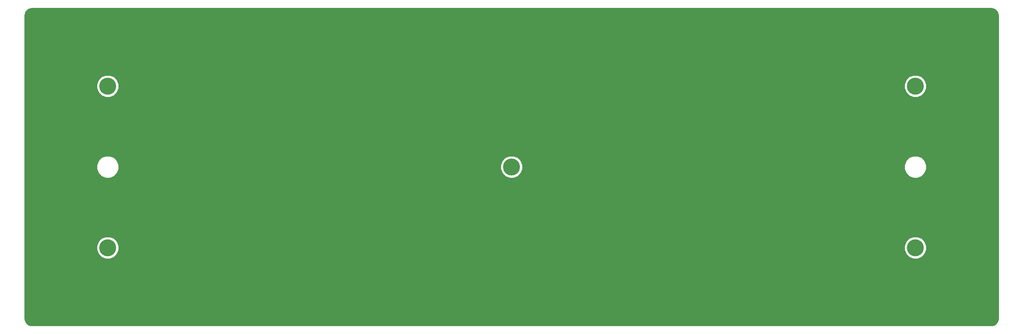
<source format=gbl>
G04 #@! TF.GenerationSoftware,KiCad,Pcbnew,(5.0.0)*
G04 #@! TF.CreationDate,2018-11-27T16:52:05-08:00*
G04 #@! TF.ProjectId,ContraBottomPlate,436F6E747261426F74746F6D506C6174,rev?*
G04 #@! TF.SameCoordinates,Original*
G04 #@! TF.FileFunction,Copper,L2,Bot,Signal*
G04 #@! TF.FilePolarity,Positive*
%FSLAX46Y46*%
G04 Gerber Fmt 4.6, Leading zero omitted, Abs format (unit mm)*
G04 Created by KiCad (PCBNEW (5.0.0)) date 11/27/18 16:52:05*
%MOMM*%
%LPD*%
G01*
G04 APERTURE LIST*
G04 #@! TA.AperFunction,ComponentPad*
%ADD10C,4.000000*%
G04 #@! TD*
G04 #@! TA.AperFunction,Conductor*
%ADD11C,1.000000*%
G04 #@! TD*
G04 #@! TA.AperFunction,Conductor*
%ADD12C,0.254000*%
G04 #@! TD*
G04 APERTURE END LIST*
D10*
G04 #@! TO.P,REF\002A\002A,1*
G04 #@! TO.N,N/C*
X153987500Y-85725000D03*
G04 #@! TD*
G04 #@! TO.P,REF\002A\002A,1*
G04 #@! TO.N,N/C*
X58737500Y-66675000D03*
G04 #@! TD*
G04 #@! TO.P,REF\002A\002A,1*
G04 #@! TO.N,N/C*
X58737500Y-104775000D03*
G04 #@! TD*
G04 #@! TO.P,REF\002A\002A,1*
G04 #@! TO.N,N/C*
X249237500Y-66675000D03*
G04 #@! TD*
G04 #@! TO.P,REF\002A\002A,1*
G04 #@! TO.N,N/C*
X249237500Y-104775000D03*
G04 #@! TD*
D11*
G04 #@! TO.N,GND*
G04 #@! TO.C,p1*
X42068750Y-50006250D03*
G04 #@! TD*
D12*
G04 #@! TO.N,GND*
G36*
X267527843Y-48397865D02*
X267929434Y-48564209D01*
X268274295Y-48828830D01*
X268538916Y-49173691D01*
X268705261Y-49575283D01*
X268768126Y-50052794D01*
X268768125Y-121397214D01*
X268705261Y-121874717D01*
X268538916Y-122276309D01*
X268274295Y-122621170D01*
X267929434Y-122885791D01*
X267527843Y-123052135D01*
X267050339Y-123115000D01*
X40924661Y-123115000D01*
X40447158Y-123052136D01*
X40045566Y-122885791D01*
X39700705Y-122621170D01*
X39436084Y-122276309D01*
X39269740Y-121874718D01*
X39206875Y-121397214D01*
X39206875Y-104250866D01*
X56102500Y-104250866D01*
X56102500Y-105299134D01*
X56503655Y-106267608D01*
X57244892Y-107008845D01*
X58213366Y-107410000D01*
X59261634Y-107410000D01*
X60230108Y-107008845D01*
X60971345Y-106267608D01*
X61372500Y-105299134D01*
X61372500Y-104250866D01*
X246602500Y-104250866D01*
X246602500Y-105299134D01*
X247003655Y-106267608D01*
X247744892Y-107008845D01*
X248713366Y-107410000D01*
X249761634Y-107410000D01*
X250730108Y-107008845D01*
X251471345Y-106267608D01*
X251872500Y-105299134D01*
X251872500Y-104250866D01*
X251471345Y-103282392D01*
X250730108Y-102541155D01*
X249761634Y-102140000D01*
X248713366Y-102140000D01*
X247744892Y-102541155D01*
X247003655Y-103282392D01*
X246602500Y-104250866D01*
X61372500Y-104250866D01*
X60971345Y-103282392D01*
X60230108Y-102541155D01*
X59261634Y-102140000D01*
X58213366Y-102140000D01*
X57244892Y-102541155D01*
X56503655Y-103282392D01*
X56102500Y-104250866D01*
X39206875Y-104250866D01*
X39206875Y-85200866D01*
X56102500Y-85200866D01*
X56102500Y-86249134D01*
X56503655Y-87217608D01*
X57244892Y-87958845D01*
X58213366Y-88360000D01*
X59261634Y-88360000D01*
X60230108Y-87958845D01*
X60971345Y-87217608D01*
X61372500Y-86249134D01*
X61372500Y-85200866D01*
X151352500Y-85200866D01*
X151352500Y-86249134D01*
X151753655Y-87217608D01*
X152494892Y-87958845D01*
X153463366Y-88360000D01*
X154511634Y-88360000D01*
X155480108Y-87958845D01*
X156221345Y-87217608D01*
X156622500Y-86249134D01*
X156622500Y-85200866D01*
X246602500Y-85200866D01*
X246602500Y-86249134D01*
X247003655Y-87217608D01*
X247744892Y-87958845D01*
X248713366Y-88360000D01*
X249761634Y-88360000D01*
X250730108Y-87958845D01*
X251471345Y-87217608D01*
X251872500Y-86249134D01*
X251872500Y-85200866D01*
X251471345Y-84232392D01*
X250730108Y-83491155D01*
X249761634Y-83090000D01*
X248713366Y-83090000D01*
X247744892Y-83491155D01*
X247003655Y-84232392D01*
X246602500Y-85200866D01*
X156622500Y-85200866D01*
X156221345Y-84232392D01*
X155480108Y-83491155D01*
X154511634Y-83090000D01*
X153463366Y-83090000D01*
X152494892Y-83491155D01*
X151753655Y-84232392D01*
X151352500Y-85200866D01*
X61372500Y-85200866D01*
X60971345Y-84232392D01*
X60230108Y-83491155D01*
X59261634Y-83090000D01*
X58213366Y-83090000D01*
X57244892Y-83491155D01*
X56503655Y-84232392D01*
X56102500Y-85200866D01*
X39206875Y-85200866D01*
X39206875Y-66150866D01*
X56102500Y-66150866D01*
X56102500Y-67199134D01*
X56503655Y-68167608D01*
X57244892Y-68908845D01*
X58213366Y-69310000D01*
X59261634Y-69310000D01*
X60230108Y-68908845D01*
X60971345Y-68167608D01*
X61372500Y-67199134D01*
X61372500Y-66150866D01*
X246602500Y-66150866D01*
X246602500Y-67199134D01*
X247003655Y-68167608D01*
X247744892Y-68908845D01*
X248713366Y-69310000D01*
X249761634Y-69310000D01*
X250730108Y-68908845D01*
X251471345Y-68167608D01*
X251872500Y-67199134D01*
X251872500Y-66150866D01*
X251471345Y-65182392D01*
X250730108Y-64441155D01*
X249761634Y-64040000D01*
X248713366Y-64040000D01*
X247744892Y-64441155D01*
X247003655Y-65182392D01*
X246602500Y-66150866D01*
X61372500Y-66150866D01*
X60971345Y-65182392D01*
X60230108Y-64441155D01*
X59261634Y-64040000D01*
X58213366Y-64040000D01*
X57244892Y-64441155D01*
X56503655Y-65182392D01*
X56102500Y-66150866D01*
X39206875Y-66150866D01*
X39206875Y-50052786D01*
X39269740Y-49575282D01*
X39436084Y-49173691D01*
X39700705Y-48828830D01*
X40045566Y-48564209D01*
X40447158Y-48397864D01*
X40924661Y-48335000D01*
X267050339Y-48335000D01*
X267527843Y-48397865D01*
X267527843Y-48397865D01*
G37*
X267527843Y-48397865D02*
X267929434Y-48564209D01*
X268274295Y-48828830D01*
X268538916Y-49173691D01*
X268705261Y-49575283D01*
X268768126Y-50052794D01*
X268768125Y-121397214D01*
X268705261Y-121874717D01*
X268538916Y-122276309D01*
X268274295Y-122621170D01*
X267929434Y-122885791D01*
X267527843Y-123052135D01*
X267050339Y-123115000D01*
X40924661Y-123115000D01*
X40447158Y-123052136D01*
X40045566Y-122885791D01*
X39700705Y-122621170D01*
X39436084Y-122276309D01*
X39269740Y-121874718D01*
X39206875Y-121397214D01*
X39206875Y-104250866D01*
X56102500Y-104250866D01*
X56102500Y-105299134D01*
X56503655Y-106267608D01*
X57244892Y-107008845D01*
X58213366Y-107410000D01*
X59261634Y-107410000D01*
X60230108Y-107008845D01*
X60971345Y-106267608D01*
X61372500Y-105299134D01*
X61372500Y-104250866D01*
X246602500Y-104250866D01*
X246602500Y-105299134D01*
X247003655Y-106267608D01*
X247744892Y-107008845D01*
X248713366Y-107410000D01*
X249761634Y-107410000D01*
X250730108Y-107008845D01*
X251471345Y-106267608D01*
X251872500Y-105299134D01*
X251872500Y-104250866D01*
X251471345Y-103282392D01*
X250730108Y-102541155D01*
X249761634Y-102140000D01*
X248713366Y-102140000D01*
X247744892Y-102541155D01*
X247003655Y-103282392D01*
X246602500Y-104250866D01*
X61372500Y-104250866D01*
X60971345Y-103282392D01*
X60230108Y-102541155D01*
X59261634Y-102140000D01*
X58213366Y-102140000D01*
X57244892Y-102541155D01*
X56503655Y-103282392D01*
X56102500Y-104250866D01*
X39206875Y-104250866D01*
X39206875Y-85200866D01*
X56102500Y-85200866D01*
X56102500Y-86249134D01*
X56503655Y-87217608D01*
X57244892Y-87958845D01*
X58213366Y-88360000D01*
X59261634Y-88360000D01*
X60230108Y-87958845D01*
X60971345Y-87217608D01*
X61372500Y-86249134D01*
X61372500Y-85200866D01*
X151352500Y-85200866D01*
X151352500Y-86249134D01*
X151753655Y-87217608D01*
X152494892Y-87958845D01*
X153463366Y-88360000D01*
X154511634Y-88360000D01*
X155480108Y-87958845D01*
X156221345Y-87217608D01*
X156622500Y-86249134D01*
X156622500Y-85200866D01*
X246602500Y-85200866D01*
X246602500Y-86249134D01*
X247003655Y-87217608D01*
X247744892Y-87958845D01*
X248713366Y-88360000D01*
X249761634Y-88360000D01*
X250730108Y-87958845D01*
X251471345Y-87217608D01*
X251872500Y-86249134D01*
X251872500Y-85200866D01*
X251471345Y-84232392D01*
X250730108Y-83491155D01*
X249761634Y-83090000D01*
X248713366Y-83090000D01*
X247744892Y-83491155D01*
X247003655Y-84232392D01*
X246602500Y-85200866D01*
X156622500Y-85200866D01*
X156221345Y-84232392D01*
X155480108Y-83491155D01*
X154511634Y-83090000D01*
X153463366Y-83090000D01*
X152494892Y-83491155D01*
X151753655Y-84232392D01*
X151352500Y-85200866D01*
X61372500Y-85200866D01*
X60971345Y-84232392D01*
X60230108Y-83491155D01*
X59261634Y-83090000D01*
X58213366Y-83090000D01*
X57244892Y-83491155D01*
X56503655Y-84232392D01*
X56102500Y-85200866D01*
X39206875Y-85200866D01*
X39206875Y-66150866D01*
X56102500Y-66150866D01*
X56102500Y-67199134D01*
X56503655Y-68167608D01*
X57244892Y-68908845D01*
X58213366Y-69310000D01*
X59261634Y-69310000D01*
X60230108Y-68908845D01*
X60971345Y-68167608D01*
X61372500Y-67199134D01*
X61372500Y-66150866D01*
X246602500Y-66150866D01*
X246602500Y-67199134D01*
X247003655Y-68167608D01*
X247744892Y-68908845D01*
X248713366Y-69310000D01*
X249761634Y-69310000D01*
X250730108Y-68908845D01*
X251471345Y-68167608D01*
X251872500Y-67199134D01*
X251872500Y-66150866D01*
X251471345Y-65182392D01*
X250730108Y-64441155D01*
X249761634Y-64040000D01*
X248713366Y-64040000D01*
X247744892Y-64441155D01*
X247003655Y-65182392D01*
X246602500Y-66150866D01*
X61372500Y-66150866D01*
X60971345Y-65182392D01*
X60230108Y-64441155D01*
X59261634Y-64040000D01*
X58213366Y-64040000D01*
X57244892Y-64441155D01*
X56503655Y-65182392D01*
X56102500Y-66150866D01*
X39206875Y-66150866D01*
X39206875Y-50052786D01*
X39269740Y-49575282D01*
X39436084Y-49173691D01*
X39700705Y-48828830D01*
X40045566Y-48564209D01*
X40447158Y-48397864D01*
X40924661Y-48335000D01*
X267050339Y-48335000D01*
X267527843Y-48397865D01*
G04 #@! TD*
M02*

</source>
